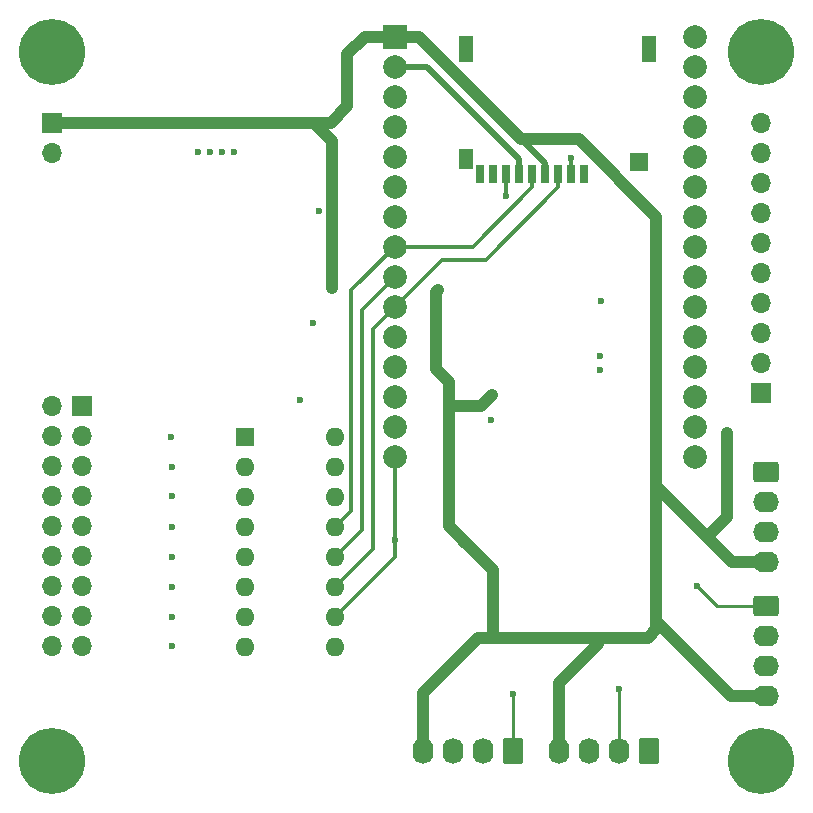
<source format=gbr>
%TF.GenerationSoftware,KiCad,Pcbnew,8.0.0-8.0.0-1~ubuntu20.04.1*%
%TF.CreationDate,2024-06-18T17:36:17-06:00*%
%TF.ProjectId,BioReactify,42696f52-6561-4637-9469-66792e6b6963,rev?*%
%TF.SameCoordinates,Original*%
%TF.FileFunction,Copper,L4,Bot*%
%TF.FilePolarity,Positive*%
%FSLAX46Y46*%
G04 Gerber Fmt 4.6, Leading zero omitted, Abs format (unit mm)*
G04 Created by KiCad (PCBNEW 8.0.0-8.0.0-1~ubuntu20.04.1) date 2024-06-18 17:36:17*
%MOMM*%
%LPD*%
G01*
G04 APERTURE LIST*
G04 Aperture macros list*
%AMRoundRect*
0 Rectangle with rounded corners*
0 $1 Rounding radius*
0 $2 $3 $4 $5 $6 $7 $8 $9 X,Y pos of 4 corners*
0 Add a 4 corners polygon primitive as box body*
4,1,4,$2,$3,$4,$5,$6,$7,$8,$9,$2,$3,0*
0 Add four circle primitives for the rounded corners*
1,1,$1+$1,$2,$3*
1,1,$1+$1,$4,$5*
1,1,$1+$1,$6,$7*
1,1,$1+$1,$8,$9*
0 Add four rect primitives between the rounded corners*
20,1,$1+$1,$2,$3,$4,$5,0*
20,1,$1+$1,$4,$5,$6,$7,0*
20,1,$1+$1,$6,$7,$8,$9,0*
20,1,$1+$1,$8,$9,$2,$3,0*%
G04 Aperture macros list end*
%TA.AperFunction,ComponentPad*%
%ADD10RoundRect,0.250000X-0.845000X0.620000X-0.845000X-0.620000X0.845000X-0.620000X0.845000X0.620000X0*%
%TD*%
%TA.AperFunction,ComponentPad*%
%ADD11O,2.190000X1.740000*%
%TD*%
%TA.AperFunction,ComponentPad*%
%ADD12R,2.000000X2.000000*%
%TD*%
%TA.AperFunction,ComponentPad*%
%ADD13C,2.000000*%
%TD*%
%TA.AperFunction,ComponentPad*%
%ADD14RoundRect,0.250000X0.620000X0.845000X-0.620000X0.845000X-0.620000X-0.845000X0.620000X-0.845000X0*%
%TD*%
%TA.AperFunction,ComponentPad*%
%ADD15O,1.740000X2.190000*%
%TD*%
%TA.AperFunction,ComponentPad*%
%ADD16C,3.600000*%
%TD*%
%TA.AperFunction,ConnectorPad*%
%ADD17C,5.600000*%
%TD*%
%TA.AperFunction,ComponentPad*%
%ADD18R,1.600000X1.600000*%
%TD*%
%TA.AperFunction,ComponentPad*%
%ADD19O,1.600000X1.600000*%
%TD*%
%TA.AperFunction,SMDPad,CuDef*%
%ADD20R,0.700000X1.600000*%
%TD*%
%TA.AperFunction,SMDPad,CuDef*%
%ADD21R,1.200000X1.800000*%
%TD*%
%TA.AperFunction,SMDPad,CuDef*%
%ADD22R,1.200000X2.200000*%
%TD*%
%TA.AperFunction,SMDPad,CuDef*%
%ADD23R,1.600000X1.500000*%
%TD*%
%TA.AperFunction,ComponentPad*%
%ADD24R,1.700000X1.700000*%
%TD*%
%TA.AperFunction,ComponentPad*%
%ADD25O,1.700000X1.700000*%
%TD*%
%TA.AperFunction,ViaPad*%
%ADD26C,0.600000*%
%TD*%
%TA.AperFunction,Conductor*%
%ADD27C,0.500000*%
%TD*%
%TA.AperFunction,Conductor*%
%ADD28C,1.000000*%
%TD*%
%TA.AperFunction,Conductor*%
%ADD29C,0.250000*%
%TD*%
%TA.AperFunction,Conductor*%
%ADD30C,0.300000*%
%TD*%
G04 APERTURE END LIST*
D10*
%TO.P,I2C0,1,Pin_1*%
%TO.N,/I2C/SD0*%
X205450000Y-60580000D03*
D11*
%TO.P,I2C0,2,Pin_2*%
%TO.N,/I2C/SC0*%
X205450000Y-63120000D03*
%TO.P,I2C0,3,Pin_3*%
%TO.N,GND*%
X205450000Y-65660000D03*
%TO.P,I2C0,4,Pin_4*%
%TO.N,VDD*%
X205450000Y-68200000D03*
%TD*%
D12*
%TO.P,U1,1,3V3*%
%TO.N,VDD*%
X174007500Y-23714250D03*
D13*
%TO.P,U1,2,GND*%
%TO.N,GND*%
X174007500Y-26254250D03*
%TO.P,U1,3,D15*%
%TO.N,/CS1*%
X174007500Y-28794250D03*
%TO.P,U1,4,D2*%
%TO.N,/D2*%
X174007500Y-31334250D03*
%TO.P,U1,5,D4*%
%TO.N,/D4*%
X174007500Y-33874250D03*
%TO.P,U1,6,RX2*%
%TO.N,/RS485/RX2*%
X174007500Y-36414250D03*
%TO.P,U1,7,TX2*%
%TO.N,/RS485/TX2*%
X174007500Y-38954250D03*
%TO.P,U1,8,D5*%
%TO.N,/SCLK*%
X174007500Y-41494250D03*
%TO.P,U1,9,D18*%
%TO.N,/MISO*%
X174007500Y-44034250D03*
%TO.P,U1,10,D19*%
%TO.N,/MOSI*%
X174007500Y-46574250D03*
%TO.P,U1,11,D21*%
%TO.N,/SDA*%
X174007500Y-49114250D03*
%TO.P,U1,12,RX0*%
%TO.N,unconnected-(U1-RX0-Pad12)*%
X174007500Y-51654250D03*
%TO.P,U1,13,TX0*%
%TO.N,unconnected-(U1-TX0-Pad13)*%
X174007500Y-54194250D03*
%TO.P,U1,14,D22*%
%TO.N,/SCL*%
X174007500Y-56734250D03*
%TO.P,U1,15,D23*%
%TO.N,/CS*%
X174007500Y-59274250D03*
%TO.P,U1,16,EN*%
%TO.N,unconnected-(U1-EN-Pad16)*%
X199407500Y-59274250D03*
%TO.P,U1,17,VP*%
%TO.N,unconnected-(U1-VP-Pad17)*%
X199407500Y-56734250D03*
%TO.P,U1,18,VN*%
%TO.N,unconnected-(U1-VN-Pad18)*%
X199407500Y-54194250D03*
%TO.P,U1,19,D34*%
%TO.N,/D4*%
X199407500Y-51654250D03*
%TO.P,U1,20,D35*%
%TO.N,/D2*%
X199407500Y-49114250D03*
%TO.P,U1,21,D32*%
%TO.N,Net-(J2-Pin_3)*%
X199407500Y-46574250D03*
%TO.P,U1,22,D33*%
%TO.N,Net-(J2-Pin_4)*%
X199407500Y-44034250D03*
%TO.P,U1,23,D25*%
%TO.N,/DAC1*%
X199407500Y-41494250D03*
%TO.P,U1,24,D26*%
%TO.N,/DAC2*%
X199407500Y-38954250D03*
%TO.P,U1,25,D27*%
%TO.N,Net-(J2-Pin_7)*%
X199407500Y-36414250D03*
%TO.P,U1,26,D14*%
%TO.N,Net-(J2-Pin_8)*%
X199407500Y-33874250D03*
%TO.P,U1,27,D12*%
%TO.N,Net-(J2-Pin_9)*%
X199407500Y-31334250D03*
%TO.P,U1,28,D13*%
%TO.N,Net-(J2-Pin_10)*%
X199407500Y-28794250D03*
%TO.P,U1,29,GND*%
%TO.N,GND*%
X199407500Y-26254250D03*
%TO.P,U1,30,VIN*%
%TO.N,unconnected-(U1-VIN-Pad30)*%
X199407500Y-23714250D03*
%TD*%
D14*
%TO.P,I2C2,1,Pin_1*%
%TO.N,/I2C/SD2*%
X195480000Y-84150000D03*
D15*
%TO.P,I2C2,2,Pin_2*%
%TO.N,/I2C/SC2*%
X192940000Y-84150000D03*
%TO.P,I2C2,3,Pin_3*%
%TO.N,GND*%
X190400000Y-84150000D03*
%TO.P,I2C2,4,Pin_4*%
%TO.N,VDD*%
X187860000Y-84150000D03*
%TD*%
D16*
%TO.P,H3,1,1*%
%TO.N,GND*%
X145000000Y-25000000D03*
D17*
X145000000Y-25000000D03*
%TD*%
D16*
%TO.P,H4,1,1*%
%TO.N,GND*%
X145000000Y-85000000D03*
D17*
X145000000Y-85000000D03*
%TD*%
D18*
%TO.P,U4,1,CH0*%
%TO.N,/ADC/CH0*%
X161300000Y-57600000D03*
D19*
%TO.P,U4,2,CH1*%
%TO.N,/ADC/CH1*%
X161300000Y-60140000D03*
%TO.P,U4,3,CH2*%
%TO.N,/ADC/CH2*%
X161300000Y-62680000D03*
%TO.P,U4,4,CH3*%
%TO.N,/ADC/CH3*%
X161300000Y-65220000D03*
%TO.P,U4,5,CH4*%
%TO.N,/ADC/CH4*%
X161300000Y-67760000D03*
%TO.P,U4,6,CH5*%
%TO.N,/ADC/CH5*%
X161300000Y-70300000D03*
%TO.P,U4,7,CH6*%
%TO.N,/ADC/CH6*%
X161300000Y-72840000D03*
%TO.P,U4,8,CH7*%
%TO.N,/ADC/CH7*%
X161300000Y-75380000D03*
%TO.P,U4,9,DGND*%
%TO.N,GND*%
X168920000Y-75380000D03*
%TO.P,U4,10,~{CS}/SHDN*%
%TO.N,/CS*%
X168920000Y-72840000D03*
%TO.P,U4,11,Din*%
%TO.N,/MOSI*%
X168920000Y-70300000D03*
%TO.P,U4,12,Dout*%
%TO.N,/MISO*%
X168920000Y-67760000D03*
%TO.P,U4,13,CLK*%
%TO.N,/SCLK*%
X168920000Y-65220000D03*
%TO.P,U4,14,AGND*%
%TO.N,GND*%
X168920000Y-62680000D03*
%TO.P,U4,15,Vref*%
%TO.N,+3.3VADC*%
X168920000Y-60140000D03*
%TO.P,U4,16,Vdd*%
X168920000Y-57600000D03*
%TD*%
D16*
%TO.P,H2,1,1*%
%TO.N,GND*%
X205000000Y-85000000D03*
D17*
X205000000Y-85000000D03*
%TD*%
D16*
%TO.P,H1,1,1*%
%TO.N,GND*%
X205000000Y-25000000D03*
D17*
X205000000Y-25000000D03*
%TD*%
D10*
%TO.P,I2C1,1,Pin_1*%
%TO.N,/I2C/SD1*%
X205430000Y-71930000D03*
D11*
%TO.P,I2C1,2,Pin_2*%
%TO.N,/I2C/SC1*%
X205430000Y-74470000D03*
%TO.P,I2C1,3,Pin_3*%
%TO.N,GND*%
X205430000Y-77010000D03*
%TO.P,I2C1,4,Pin_4*%
%TO.N,VDD*%
X205430000Y-79550000D03*
%TD*%
D14*
%TO.P,I2C3,1,Pin_1*%
%TO.N,/I2C/SD3*%
X183970000Y-84220000D03*
D15*
%TO.P,I2C3,2,Pin_2*%
%TO.N,/I2C/SC3*%
X181430000Y-84220000D03*
%TO.P,I2C3,3,Pin_3*%
%TO.N,GND*%
X178890000Y-84220000D03*
%TO.P,I2C3,4,Pin_4*%
%TO.N,VDD*%
X176350000Y-84220000D03*
%TD*%
D20*
%TO.P,J3,1,DAT2*%
%TO.N,unconnected-(J3-DAT2-Pad1)*%
X190019900Y-35380000D03*
%TO.P,J3,2,DAT3/CD*%
%TO.N,/CS1*%
X188919900Y-35380000D03*
%TO.P,J3,3,CMD*%
%TO.N,/MOSI*%
X187820000Y-35380000D03*
%TO.P,J3,4,VDD*%
%TO.N,VDD*%
X186720000Y-35380000D03*
%TO.P,J3,5,CLK*%
%TO.N,/SCLK*%
X185619900Y-35380000D03*
%TO.P,J3,6,VSS*%
%TO.N,GND*%
X184520100Y-35380000D03*
%TO.P,J3,7,DAT0*%
%TO.N,/MISO*%
X183420000Y-35380000D03*
%TO.P,J3,8,DAT1*%
%TO.N,unconnected-(J3-DAT1-Pad8)*%
X182319900Y-35380000D03*
%TO.P,J3,9,SHIELD*%
%TO.N,unconnected-(J3-SHIELD-Pad9)*%
X181219800Y-35380000D03*
D21*
%TO.P,J3,10*%
%TO.N,N/C*%
X180020000Y-34080000D03*
D22*
%TO.P,J3,11*%
X180020000Y-24780000D03*
%TO.P,J3,12*%
X195520000Y-24780000D03*
D23*
%TO.P,J3,13*%
X194619900Y-34329900D03*
%TD*%
D24*
%TO.P,J4,1,Pin_1*%
%TO.N,VDD*%
X145000000Y-31000000D03*
D25*
%TO.P,J4,2,Pin_2*%
%TO.N,GND*%
X145000000Y-33540000D03*
%TD*%
D24*
%TO.P,J1,1,Pin_1*%
%TO.N,+3.3VADC*%
X147540000Y-55000000D03*
D25*
%TO.P,J1,2,Pin_2*%
%TO.N,GND*%
X145000000Y-55000000D03*
%TO.P,J1,3,Pin_3*%
X147540000Y-57540000D03*
%TO.P,J1,4,Pin_4*%
%TO.N,/ADC/INCH0*%
X145000000Y-57540000D03*
%TO.P,J1,5,Pin_5*%
%TO.N,/ADC/INCH1*%
X147540000Y-60080000D03*
%TO.P,J1,6,Pin_6*%
%TO.N,GND*%
X145000000Y-60080000D03*
%TO.P,J1,7,Pin_7*%
X147540000Y-62620000D03*
%TO.P,J1,8,Pin_8*%
%TO.N,/ADC/INCH2*%
X145000000Y-62620000D03*
%TO.P,J1,9,Pin_9*%
%TO.N,/ADC/INCH3*%
X147540000Y-65160000D03*
%TO.P,J1,10,Pin_10*%
%TO.N,GND*%
X145000000Y-65160000D03*
%TO.P,J1,11,Pin_11*%
X147540000Y-67700000D03*
%TO.P,J1,12,Pin_12*%
%TO.N,/ADC/INCH4*%
X145000000Y-67700000D03*
%TO.P,J1,13,Pin_13*%
%TO.N,/ADC/INCH5*%
X147540000Y-70240000D03*
%TO.P,J1,14,Pin_14*%
%TO.N,GND*%
X145000000Y-70240000D03*
%TO.P,J1,15,Pin_15*%
X147540000Y-72780000D03*
%TO.P,J1,16,Pin_16*%
%TO.N,/ADC/INCH6*%
X145000000Y-72780000D03*
%TO.P,J1,17,Pin_17*%
%TO.N,/ADC/INCH7*%
X147540000Y-75320000D03*
%TO.P,J1,18,Pin_18*%
%TO.N,GND*%
X145000000Y-75320000D03*
%TD*%
D24*
%TO.P,J2,1,Pin_1*%
%TO.N,/D4*%
X205000000Y-53860000D03*
D25*
%TO.P,J2,2,Pin_2*%
%TO.N,/D2*%
X205000000Y-51320000D03*
%TO.P,J2,3,Pin_3*%
%TO.N,Net-(J2-Pin_3)*%
X205000000Y-48780000D03*
%TO.P,J2,4,Pin_4*%
%TO.N,Net-(J2-Pin_4)*%
X205000000Y-46240000D03*
%TO.P,J2,5,Pin_5*%
%TO.N,/DAC1*%
X205000000Y-43700000D03*
%TO.P,J2,6,Pin_6*%
%TO.N,/DAC2*%
X205000000Y-41160000D03*
%TO.P,J2,7,Pin_7*%
%TO.N,Net-(J2-Pin_7)*%
X205000000Y-38620000D03*
%TO.P,J2,8,Pin_8*%
%TO.N,Net-(J2-Pin_8)*%
X205000000Y-36080000D03*
%TO.P,J2,9,Pin_9*%
%TO.N,Net-(J2-Pin_9)*%
X205000000Y-33540000D03*
%TO.P,J2,10,Pin_10*%
%TO.N,Net-(J2-Pin_10)*%
X205000000Y-31000000D03*
%TD*%
D26*
%TO.N,GND*%
X165950000Y-54500000D03*
X155100000Y-72840000D03*
X155110000Y-65240000D03*
X191360000Y-50770000D03*
X157290000Y-33450000D03*
X167570000Y-38470000D03*
X155090000Y-75340000D03*
X167050000Y-47940000D03*
X160330000Y-33460000D03*
X155120000Y-62640000D03*
X182090000Y-56130000D03*
X155120000Y-60150000D03*
X159330000Y-33460000D03*
X155100000Y-70290000D03*
X191430000Y-46070000D03*
X191370000Y-51925000D03*
X155010000Y-57600000D03*
X158320000Y-33440000D03*
X155100000Y-67790000D03*
%TO.N,VDD*%
X196140000Y-54920000D03*
X178560000Y-54140000D03*
X179770000Y-66370000D03*
X177480000Y-51840000D03*
X181450000Y-74590000D03*
X177630000Y-45140000D03*
X168690000Y-44960000D03*
X182190000Y-54090000D03*
X202090000Y-57280000D03*
X192960000Y-74460000D03*
X195520000Y-74500000D03*
X196140000Y-52250000D03*
X177470000Y-46280000D03*
X183950000Y-74590000D03*
X177470000Y-48710000D03*
X196140000Y-71590000D03*
X200760000Y-66400000D03*
%TO.N,/I2C/SD1*%
X199600000Y-70250000D03*
%TO.N,/I2C/SC2*%
X192990000Y-78960000D03*
%TO.N,/I2C/SD3*%
X183960000Y-79360000D03*
%TO.N,/MISO*%
X183410000Y-37240000D03*
%TO.N,/CS*%
X174007500Y-66360000D03*
%TO.N,/CS1*%
X188930000Y-34000000D03*
%TD*%
D27*
%TO.N,GND*%
X184520100Y-35380000D02*
X184520100Y-34080000D01*
X184520100Y-34080000D02*
X176694350Y-26254250D01*
X176694350Y-26254250D02*
X174007500Y-26254250D01*
D28*
%TO.N,VDD*%
X169950000Y-25200000D02*
X169950000Y-29600000D01*
X200400000Y-66040000D02*
X202560000Y-68200000D01*
X180265000Y-66865000D02*
X179770000Y-66370000D01*
X178560000Y-55020000D02*
X178560000Y-52920000D01*
D27*
X186720000Y-34426750D02*
X186720000Y-35380000D01*
D28*
X174007500Y-23714250D02*
X171435750Y-23714250D01*
X181260000Y-55020000D02*
X182190000Y-54090000D01*
X178560000Y-55020000D02*
X178560000Y-54140000D01*
X196140000Y-61780000D02*
X196140000Y-61770000D01*
X196140000Y-73880000D02*
X195520000Y-74500000D01*
D27*
X184556625Y-32263375D02*
X186720000Y-34426750D01*
D28*
X178560000Y-55020000D02*
X181260000Y-55020000D01*
X202560000Y-68200000D02*
X205450000Y-68200000D01*
X171435750Y-23714250D02*
X169950000Y-25200000D01*
X169950000Y-29600000D02*
X168550000Y-31000000D01*
X178560000Y-52920000D02*
X177835000Y-52195000D01*
X202090000Y-64350000D02*
X202090000Y-57280000D01*
X196140000Y-54920000D02*
X196140000Y-61770000D01*
X168550000Y-31000000D02*
X167170000Y-31000000D01*
X191200000Y-75100000D02*
X187860000Y-78440000D01*
X184653250Y-32360000D02*
X189549900Y-32360000D01*
X191200000Y-74590000D02*
X182270000Y-74590000D01*
X196140000Y-73200000D02*
X196140000Y-73880000D01*
X168690000Y-32520000D02*
X168690000Y-44960000D01*
X182270000Y-74590000D02*
X181450000Y-74590000D01*
X196140000Y-73880000D02*
X195430000Y-74590000D01*
X202490000Y-79550000D02*
X205430000Y-79550000D01*
X167170000Y-31000000D02*
X145000000Y-31000000D01*
X177835000Y-52195000D02*
X177470000Y-51830000D01*
X196140000Y-61770000D02*
X196140000Y-71020000D01*
X200400000Y-66040000D02*
X202090000Y-64350000D01*
X182270000Y-74590000D02*
X182270000Y-68870000D01*
X180265000Y-66865000D02*
X178560000Y-65160000D01*
X189549900Y-32360000D02*
X196140000Y-38950100D01*
X184556625Y-32263375D02*
X184653250Y-32360000D01*
X200400000Y-66040000D02*
X196140000Y-61780000D01*
X176350000Y-79250000D02*
X176350000Y-84220000D01*
X184556625Y-32263375D02*
X176007500Y-23714250D01*
X196140000Y-73200000D02*
X202490000Y-79550000D01*
X196140000Y-71020000D02*
X196140000Y-71590000D01*
X177470000Y-51830000D02*
X177470000Y-45300000D01*
X187860000Y-78440000D02*
X187860000Y-84150000D01*
X177835000Y-52195000D02*
X177480000Y-51840000D01*
X167170000Y-31000000D02*
X168690000Y-32520000D01*
X176007500Y-23714250D02*
X174007500Y-23714250D01*
X181010000Y-74590000D02*
X176350000Y-79250000D01*
X196140000Y-38950100D02*
X196140000Y-52250000D01*
X178560000Y-65160000D02*
X178560000Y-55020000D01*
X191200000Y-74590000D02*
X191200000Y-75100000D01*
X196140000Y-52250000D02*
X196140000Y-54920000D01*
X182270000Y-68870000D02*
X180265000Y-66865000D01*
X196140000Y-71020000D02*
X196140000Y-73200000D01*
X177470000Y-45300000D02*
X177630000Y-45140000D01*
X181450000Y-74590000D02*
X181010000Y-74590000D01*
X200400000Y-66040000D02*
X200760000Y-66400000D01*
X195430000Y-74590000D02*
X191200000Y-74590000D01*
D29*
%TO.N,/I2C/SD1*%
X205430000Y-71930000D02*
X201280000Y-71930000D01*
X201280000Y-71930000D02*
X199600000Y-70250000D01*
%TO.N,/I2C/SC2*%
X192940000Y-84150000D02*
X192940000Y-79010000D01*
X192940000Y-79010000D02*
X192990000Y-78960000D01*
%TO.N,/I2C/SD3*%
X183970000Y-79370000D02*
X183960000Y-79360000D01*
X183970000Y-84220000D02*
X183970000Y-79370000D01*
D30*
%TO.N,/MOSI*%
X174007500Y-46574250D02*
X172100000Y-48481750D01*
X174007500Y-46574250D02*
X177951750Y-42630000D01*
X172100000Y-48481750D02*
X172100000Y-67120000D01*
X177951750Y-42630000D02*
X181670000Y-42630000D01*
X187820000Y-36480000D02*
X187820000Y-35380000D01*
X181670000Y-42630000D02*
X187820000Y-36480000D01*
X172100000Y-67120000D02*
X168920000Y-70300000D01*
%TO.N,/MISO*%
X174007500Y-44034250D02*
X171200000Y-46841750D01*
X183420000Y-37230000D02*
X183410000Y-37240000D01*
X171200000Y-65480000D02*
X168920000Y-67760000D01*
X183420000Y-35380000D02*
X183420000Y-37230000D01*
X171200000Y-46841750D02*
X171200000Y-65480000D01*
%TO.N,/CS*%
X174007500Y-67752500D02*
X168920000Y-72840000D01*
X174007500Y-59274250D02*
X174007500Y-66360000D01*
X174007500Y-66360000D02*
X174007500Y-67752500D01*
%TO.N,/SCLK*%
X170300000Y-45201750D02*
X170300000Y-63840000D01*
X174007500Y-41494250D02*
X170300000Y-45201750D01*
X185619900Y-36480000D02*
X185619900Y-35380000D01*
X180605650Y-41494250D02*
X185619900Y-36480000D01*
X174007500Y-41494250D02*
X180605650Y-41494250D01*
X170300000Y-63840000D02*
X168920000Y-65220000D01*
%TO.N,/CS1*%
X188930000Y-35369900D02*
X188919900Y-35380000D01*
X188930000Y-34000000D02*
X188930000Y-35369900D01*
%TD*%
M02*

</source>
